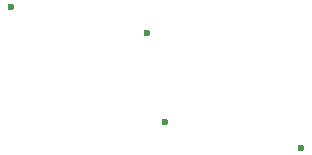
<source format=gbr>
%TF.GenerationSoftware,KiCad,Pcbnew,(7.0.0-0)*%
%TF.CreationDate,2023-02-20T17:02:08+08:00*%
%TF.ProjectId,test,74657374-2e6b-4696-9361-645f70636258,v1.0.0*%
%TF.SameCoordinates,Original*%
%TF.FileFunction,Copper,L1,Top*%
%TF.FilePolarity,Positive*%
%FSLAX46Y46*%
G04 Gerber Fmt 4.6, Leading zero omitted, Abs format (unit mm)*
G04 Created by KiCad (PCBNEW (7.0.0-0)) date 2023-02-20 17:02:08*
%MOMM*%
%LPD*%
G01*
G04 APERTURE LIST*
%TA.AperFunction,ComponentPad*%
%ADD10C,0.600000*%
%TD*%
G04 APERTURE END LIST*
D10*
%TO.P,S1,3*%
%TO.N,C0R0D*%
X-3275000Y22950000D03*
%TO.P,S1,4*%
%TO.N,C0*%
X8275000Y20750000D03*
%TD*%
%TO.P,S2,3*%
%TO.N,C1R0D*%
X21275000Y11050000D03*
%TO.P,S2,4*%
%TO.N,C1*%
X9725000Y13250000D03*
%TD*%
M02*

</source>
